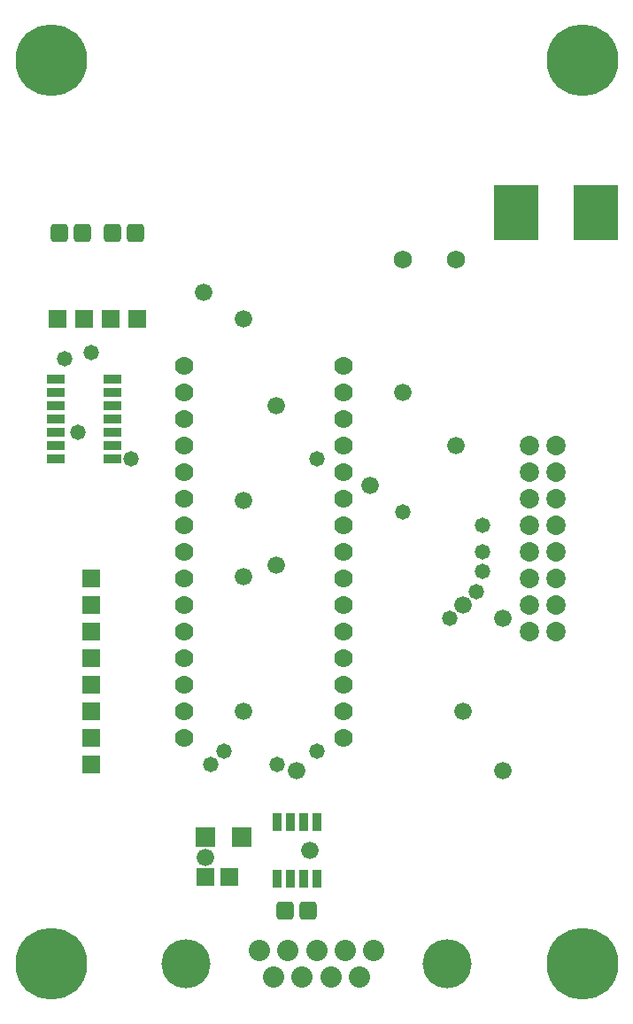
<source format=gbr>
G04 Easy-PC Gerber Version 25.0 Build 5877*
G04 #@! TF.Part,Single*
G04 #@! TF.FileFunction,Soldermask,Top*
G04 #@! TF.FilePolarity,Negative*
%FSLAX35Y35*%
%MOIN*%
G04 #@! TA.AperFunction,SMDPad,CuDef*
%ADD130R,0.03559X0.07004*%
G04 #@! TA.AperFunction,WasherPad*
%ADD127R,0.17000X0.21000*%
G04 #@! TA.AperFunction,ComponentPad*
%ADD133R,0.07000X0.07000*%
G04 #@! TA.AperFunction,SMDPad,CuDef*
%ADD111R,0.07300X0.07300*%
G04 #@! TA.AperFunction,ViaPad*
%ADD10C,0.05800*%
%ADD11C,0.06600*%
G04 #@! TA.AperFunction,ComponentPad*
%ADD131C,0.06819*%
%ADD12C,0.07000*%
G04 #@! TA.AperFunction,SMDPad,CuDef*
%ADD132R,0.07016X0.03756*%
G04 #@! TA.AperFunction,ComponentPad*
%ADD83C,0.07319*%
%ADD134C,0.08000*%
G04 #@! TA.AperFunction,SMDPad,CuDef*
%ADD128R,0.07000X0.06500*%
G04 #@! TA.AperFunction,ComponentPad*
%ADD135C,0.18500*%
G04 #@! TA.AperFunction,WasherPad*
%ADD108C,0.27000*%
G04 #@! TA.AperFunction,SMDPad,CuDef*
%AMT129*0 Rounded Rectangle Pad at angle 0*4,1,48,-0.01956,-0.03300,0.01956,-0.03300,0.02141,-0.03287,0.02321,-0.03248,0.02494,-0.03183,0.02656,-0.03094,0.02803,-0.02984,0.02933,-0.02854,0.03044,-0.02706,0.03133,-0.02544,0.03197,-0.02371,0.03237,-0.02191,0.03250,-0.02006,0.03250,0.02006,0.03237,0.02191,0.03198,0.02371,0.03133,0.02544,0.03044,0.02706,0.02934,0.02853,0.02804,0.02983,0.02656,0.03094,0.02494,0.03183,0.02321,0.03247,0.02141,0.03287,0.01956,0.03300,-0.01956,0.03300,-0.02141,0.03287,-0.02321,0.03248,-0.02494,0.03183,-0.02656,0.03094,-0.02803,0.02984,-0.02933,0.02854,-0.03044,0.02706,-0.03133,0.02544,-0.03197,0.02371,-0.03237,0.02191,-0.03250,0.02006,-0.03250,-0.02006,-0.03237,-0.02191,-0.03198,-0.02371,-0.03133,-0.02544,-0.03044,-0.02706,-0.02934,-0.02853,-0.02804,-0.02983,-0.02656,-0.03094,-0.02494,-0.03183,-0.02321,-0.03247,-0.02141,-0.03287,-0.01956,-0.03300,0*%
%ADD129T129*%
G04 #@! TD.AperFunction*
X0Y0D02*
D02*
D10*
X30250Y282750D03*
X35250Y255250D03*
X40250Y285250D03*
X55250Y245250D03*
X85250Y130250D03*
X90250Y135250D03*
X110250Y130250D03*
X125250Y135250D03*
Y245250D03*
X157750Y225250D03*
X175250Y185250D03*
X185250Y195250D03*
X187750Y202750D03*
Y210250D03*
Y220250D03*
D02*
D11*
X82750Y307750D03*
X83550Y95250D03*
X97750Y150250D03*
Y200850D03*
Y229650D03*
Y297750D03*
X110171Y205250D03*
X110211Y265211D03*
X117750Y127750D03*
X122750Y97750D03*
X145250Y235250D03*
X157750Y270250D03*
X177750Y250250D03*
X180250Y150250D03*
Y190250D03*
X195250Y127750D03*
Y185250D03*
D02*
D12*
X75250Y140250D03*
Y150250D03*
Y160250D03*
Y170250D03*
Y180250D03*
Y190250D03*
Y200250D03*
Y210250D03*
Y220250D03*
Y230250D03*
Y240250D03*
Y250250D03*
Y260250D03*
Y270250D03*
Y280250D03*
X135250Y140250D03*
Y150250D03*
Y160250D03*
Y170250D03*
Y180250D03*
Y190250D03*
Y200250D03*
Y210250D03*
Y220250D03*
Y230250D03*
Y240250D03*
Y250250D03*
Y260250D03*
Y270250D03*
Y280250D03*
D02*
D83*
X205250Y180250D03*
Y190250D03*
Y200250D03*
Y210250D03*
Y220250D03*
Y230250D03*
Y240250D03*
Y250250D03*
X215250Y180250D03*
Y190250D03*
Y200250D03*
Y210250D03*
Y220250D03*
Y230250D03*
Y240250D03*
Y250250D03*
D02*
D108*
X25250Y55250D03*
Y395250D03*
X225250Y55250D03*
Y395250D03*
D02*
D111*
X83550Y102750D03*
X96950D03*
D02*
D127*
X200250Y337750D03*
X230250D03*
D02*
D128*
X83250Y87750D03*
X92250D03*
D02*
D129*
X28350Y330250D03*
X37150D03*
X48350D03*
X57150D03*
X113350Y75250D03*
X122150D03*
D02*
D130*
X110250Y87073D03*
Y108427D03*
X115250Y87073D03*
Y108427D03*
X120250Y87073D03*
Y108427D03*
X125250Y87073D03*
Y108427D03*
D02*
D131*
X157750Y320250D03*
X177750D03*
D02*
D132*
X27077Y245250D03*
Y250250D03*
Y255250D03*
Y260250D03*
Y265250D03*
Y270250D03*
Y275250D03*
X48423Y245250D03*
Y250250D03*
Y255250D03*
Y260250D03*
Y265250D03*
Y270250D03*
Y275250D03*
D02*
D133*
X27750Y297750D03*
X37750D03*
X40250Y130250D03*
Y140250D03*
Y150250D03*
Y160250D03*
Y170250D03*
Y180250D03*
Y190250D03*
Y200250D03*
X47750Y297750D03*
X57750D03*
D02*
D134*
X103650Y60250D03*
X109050Y50250D03*
X114450Y60250D03*
X119850Y50250D03*
X125250Y60250D03*
X130650Y50250D03*
X136050Y60250D03*
X141450Y50250D03*
X146850Y60250D03*
D02*
D135*
X76050Y55250D03*
X174450D03*
X0Y0D02*
M02*

</source>
